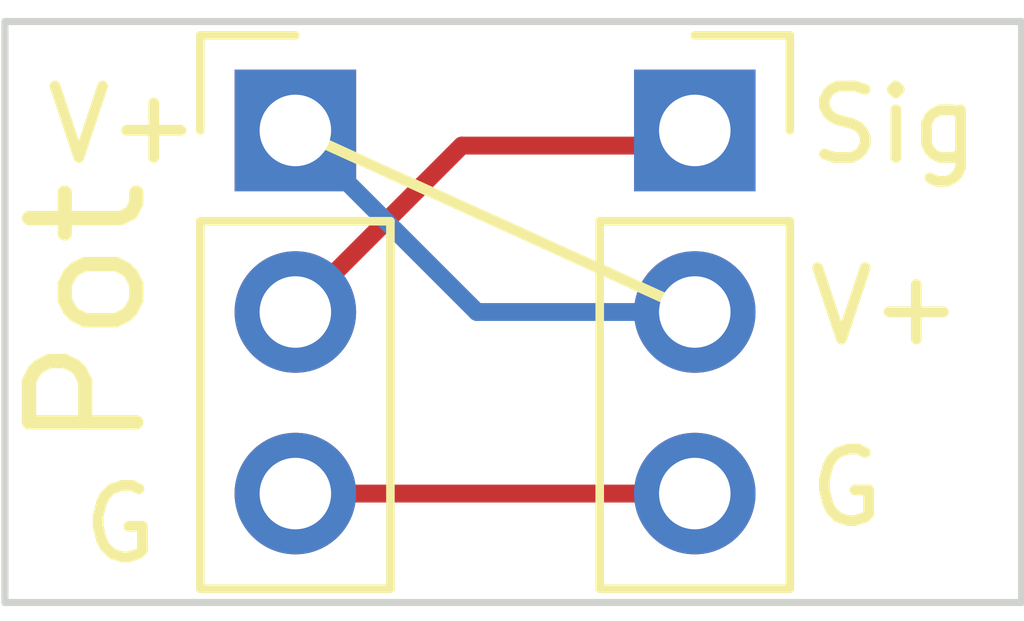
<source format=kicad_pcb>
(kicad_pcb (version 20221018) (generator pcbnew)
  (layers (0 "F.Cu" signal) (31 "B.Cu" signal) (34 "B.Paste" user) (35 "F.Paste" user) (36 "B.SilkS" user "B.Silkscreen") (37 "F.SilkS" user "F.Silkscreen") (38 "B.Mask" user) (39 "F.Mask" user) (44 "Edge.Cuts" user))
  (net 0 "")
  (net 1 "Net-(J1-Pin_1)")
  (net 2 "Net-(J1-Pin_2)")
  (net 3 "Net-(J1-Pin_3)")
  (footprint "Connector_PinHeader_2.54mm:PinHeader_1x03_P2.54mm_Vertical" (layer "F.Cu") (at 146.304 71.628)
    (fp_text reference "J1" hide)
    (fp_text value "Conn_01x03_Socket" hide)
    (fp_line (start -1.33 -1.33) (end 0 -1.33) (stroke (width 0.12)) (layer "F.SilkS"))
    (fp_line (start -1.33 0) (end -1.33 -1.33) (stroke (width 0.12)) (layer "F.SilkS"))
    (fp_line (start -1.33 1.27) (end -1.33 6.41) (stroke (width 0.12)) (layer "F.SilkS"))
    (fp_line (start -1.33 1.27) (end 1.33 1.27) (stroke (width 0.12)) (layer "F.SilkS"))
    (fp_line (start -1.33 6.41) (end 1.33 6.41) (stroke (width 0.12)) (layer "F.SilkS"))
    (fp_line (start 1.33 1.27) (end 1.33 6.41) (stroke (width 0.12)) (layer "F.SilkS"))
    (pad "1" thru_hole rect (at 0 0) (size 1.7 1.7) (drill 1) (layers "*.Cu" "*.Mask") (net 1 "Net-(J1-Pin_1)"))
    (pad "2" thru_hole oval (at 0 2.54) (size 1.7 1.7) (drill 1) (layers "*.Cu" "*.Mask") (net 2 "Net-(J1-Pin_2)"))
    (pad "3" thru_hole oval (at 0 5.08) (size 1.7 1.7) (drill 1) (layers "*.Cu" "*.Mask") (net 3 "Net-(J1-Pin_3)"))
  )
  (footprint "Connector_PinSocket_2.54mm:PinSocket_1x03_P2.54mm_Vertical" (layer "F.Cu") (at 151.892 71.628)
    (fp_text reference "RV1" hide)
    (fp_text value "R_Potentiometer" hide)
    (fp_line (start -1.33 1.27) (end -1.33 6.41) (stroke (width 0.12)) (layer "F.SilkS"))
    (fp_line (start -1.33 1.27) (end 1.33 1.27) (stroke (width 0.12)) (layer "F.SilkS"))
    (fp_line (start -1.33 6.41) (end 1.33 6.41) (stroke (width 0.12)) (layer "F.SilkS"))
    (fp_line (start 0 -1.33) (end 1.33 -1.33) (stroke (width 0.12)) (layer "F.SilkS"))
    (fp_line (start 1.33 -1.33) (end 1.33 0) (stroke (width 0.12)) (layer "F.SilkS"))
    (fp_line (start 1.33 1.27) (end 1.33 6.41) (stroke (width 0.12)) (layer "F.SilkS"))
    (pad "1" thru_hole rect (at 0 0) (size 1.7 1.7) (drill 1) (layers "*.Cu" "*.Mask") (net 2 "Net-(J1-Pin_2)"))
    (pad "2" thru_hole oval (at 0 2.54) (size 1.7 1.7) (drill 1) (layers "*.Cu" "*.Mask") (net 1 "Net-(J1-Pin_1)"))
    (pad "3" thru_hole oval (at 0 5.08) (size 1.7 1.7) (drill 1) (layers "*.Cu" "*.Mask") (net 3 "Net-(J1-Pin_3)"))
  )
  (gr_line (start 151.892 74.168) (end 146.304 71.628) (stroke (width 0.15)) (layer "F.SilkS"))
  (gr_line (start 142.24 78.232) (end 142.24 70.104) (stroke (width 0.1)) (layer "Edge.Cuts"))
  (gr_line (start 156.464 70.104) (end 156.464 78.232) (stroke (width 0.1)) (layer "Edge.Cuts"))
  (gr_line (start 142.24 70.104) (end 156.464 70.104) (stroke (width 0.1)) (layer "Edge.Cuts"))
  (gr_line (start 156.464 78.232) (end 142.24 78.232) (stroke (width 0.1)) (layer "Edge.Cuts"))
  (gr_text "V+" (at 142.748 72.136) (layer "F.SilkS") (effects (font (size 1 1)) (justify left bottom)))
  (gr_text "V+" (at 153.416 74.676) (layer "F.SilkS") (effects (font (size 1 1)) (justify left bottom)))
  (gr_text "G" (at 143.256 77.724) (layer "F.SilkS") (effects (font (size 1 1)) (justify left bottom)))
  (gr_text "Pot" (at 144.272 76.2 90) (layer "F.SilkS") (effects (font (size 1.5 1.5) (thickness 0.2)) (justify left bottom)))
  (gr_text "G" (at 153.416 77.216) (layer "F.SilkS") (effects (font (size 1 1)) (justify left bottom)))
  (gr_text "Sig" (at 153.416 72.136) (layer "F.SilkS") (effects (font (size 1 1)) (justify left bottom)))
  (segment (start 151.892 74.168) (end 148.844 74.168) (width 0.25) (layer "B.Cu") (net 1))
  (segment (start 148.844 74.168) (end 146.304 71.628) (width 0.25) (layer "B.Cu") (net 1))
  (segment (start 151.68 71.84) (end 151.892 71.628) (width 0.25) (layer "F.Cu") (net 2))
  (segment (start 146.304 74.168) (end 148.632 71.84) (width 0.25) (layer "F.Cu") (net 2))
  (segment (start 148.632 71.84) (end 151.68 71.84) (width 0.25) (layer "F.Cu") (net 2))
  (segment (start 146.304 76.708) (end 151.892 76.708) (width 0.25) (layer "F.Cu") (net 3))
)
</source>
